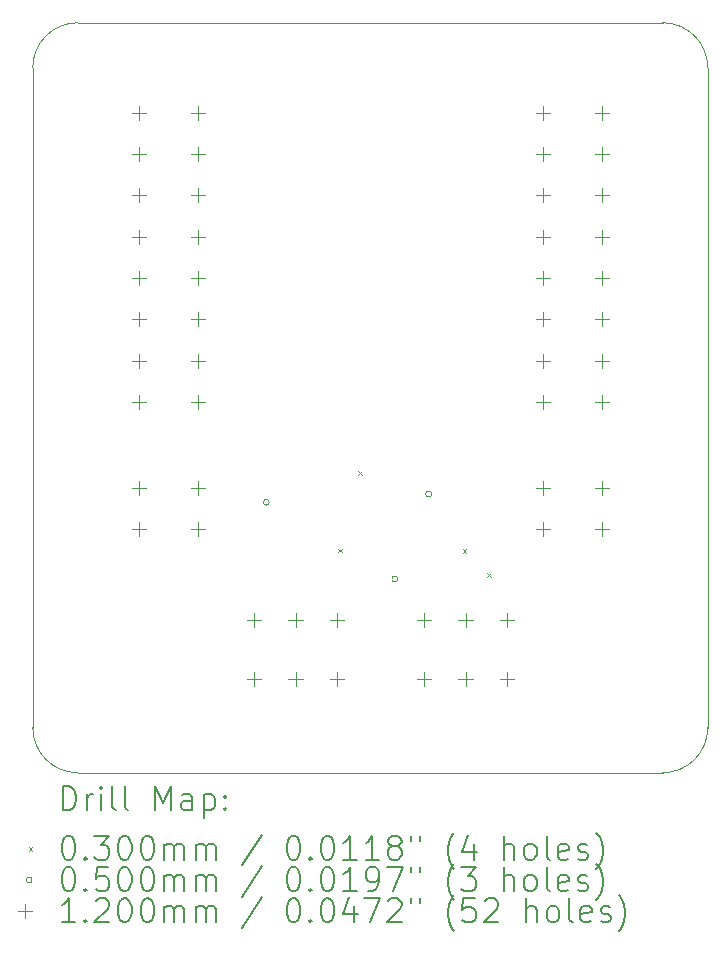
<source format=gbr>
%TF.GenerationSoftware,KiCad,Pcbnew,8.0.6*%
%TF.CreationDate,2024-11-26T19:11:46-08:00*%
%TF.ProjectId,Constellation STAR ITC V1.0,436f6e73-7465-46c6-9c61-74696f6e2053,rev?*%
%TF.SameCoordinates,Original*%
%TF.FileFunction,Drillmap*%
%TF.FilePolarity,Positive*%
%FSLAX45Y45*%
G04 Gerber Fmt 4.5, Leading zero omitted, Abs format (unit mm)*
G04 Created by KiCad (PCBNEW 8.0.6) date 2024-11-26 19:11:46*
%MOMM*%
%LPD*%
G01*
G04 APERTURE LIST*
%ADD10C,0.100000*%
%ADD11C,0.200000*%
%ADD12C,0.120000*%
G04 APERTURE END LIST*
D10*
X2540000Y-8509000D02*
X2540000Y-2921000D01*
X2921000Y-8890000D02*
G75*
G02*
X2540000Y-8509000I0J381000D01*
G01*
X8255000Y-8509000D02*
G75*
G02*
X7874000Y-8890000I-381000J0D01*
G01*
X2540000Y-2921000D02*
G75*
G02*
X2921000Y-2540000I381000J0D01*
G01*
X7874000Y-8890000D02*
X2921000Y-8890000D01*
X8255000Y-2921000D02*
X8255000Y-8509000D01*
X7874000Y-2540000D02*
G75*
G02*
X8255000Y-2921000I0J-381000D01*
G01*
X2921000Y-2540000D02*
X7874000Y-2540000D01*
D11*
D10*
X5125000Y-6995000D02*
X5155000Y-7025000D01*
X5155000Y-6995000D02*
X5125000Y-7025000D01*
X5295000Y-6336250D02*
X5325000Y-6366250D01*
X5325000Y-6336250D02*
X5295000Y-6366250D01*
X6180000Y-7000000D02*
X6210000Y-7030000D01*
X6210000Y-7000000D02*
X6180000Y-7030000D01*
X6386250Y-7200000D02*
X6416250Y-7230000D01*
X6416250Y-7200000D02*
X6386250Y-7230000D01*
X4542500Y-6600000D02*
G75*
G02*
X4492500Y-6600000I-25000J0D01*
G01*
X4492500Y-6600000D02*
G75*
G02*
X4542500Y-6600000I25000J0D01*
G01*
X5630000Y-7250000D02*
G75*
G02*
X5580000Y-7250000I-25000J0D01*
G01*
X5580000Y-7250000D02*
G75*
G02*
X5630000Y-7250000I25000J0D01*
G01*
X5917500Y-6530000D02*
G75*
G02*
X5867500Y-6530000I-25000J0D01*
G01*
X5867500Y-6530000D02*
G75*
G02*
X5917500Y-6530000I25000J0D01*
G01*
D12*
X3437000Y-3242000D02*
X3437000Y-3362000D01*
X3377000Y-3302000D02*
X3497000Y-3302000D01*
X3437000Y-3592000D02*
X3437000Y-3712000D01*
X3377000Y-3652000D02*
X3497000Y-3652000D01*
X3437000Y-3942000D02*
X3437000Y-4062000D01*
X3377000Y-4002000D02*
X3497000Y-4002000D01*
X3437000Y-4292000D02*
X3437000Y-4412000D01*
X3377000Y-4352000D02*
X3497000Y-4352000D01*
X3437000Y-4642000D02*
X3437000Y-4762000D01*
X3377000Y-4702000D02*
X3497000Y-4702000D01*
X3437000Y-4992000D02*
X3437000Y-5112000D01*
X3377000Y-5052000D02*
X3497000Y-5052000D01*
X3437000Y-5692000D02*
X3437000Y-5812000D01*
X3377000Y-5752000D02*
X3497000Y-5752000D01*
X3437000Y-6417000D02*
X3437000Y-6537000D01*
X3377000Y-6477000D02*
X3497000Y-6477000D01*
X3437000Y-6767000D02*
X3437000Y-6887000D01*
X3377000Y-6827000D02*
X3497000Y-6827000D01*
X3437000Y-5342000D02*
X3437000Y-5462000D01*
X3377000Y-5402000D02*
X3497000Y-5402000D01*
X3937000Y-3242000D02*
X3937000Y-3362000D01*
X3877000Y-3302000D02*
X3997000Y-3302000D01*
X3937000Y-3592000D02*
X3937000Y-3712000D01*
X3877000Y-3652000D02*
X3997000Y-3652000D01*
X3937000Y-3942000D02*
X3937000Y-4062000D01*
X3877000Y-4002000D02*
X3997000Y-4002000D01*
X3937000Y-4292000D02*
X3937000Y-4412000D01*
X3877000Y-4352000D02*
X3997000Y-4352000D01*
X3937000Y-4642000D02*
X3937000Y-4762000D01*
X3877000Y-4702000D02*
X3997000Y-4702000D01*
X3937000Y-4992000D02*
X3937000Y-5112000D01*
X3877000Y-5052000D02*
X3997000Y-5052000D01*
X3937000Y-5342001D02*
X3937000Y-5462001D01*
X3877000Y-5402001D02*
X3997000Y-5402001D01*
X3937000Y-5692000D02*
X3937000Y-5812000D01*
X3877000Y-5752000D02*
X3997000Y-5752000D01*
X3937000Y-6417000D02*
X3937000Y-6537000D01*
X3877000Y-6477000D02*
X3997000Y-6477000D01*
X3937000Y-6767000D02*
X3937000Y-6887000D01*
X3877000Y-6827000D02*
X3997000Y-6827000D01*
X4415000Y-7535000D02*
X4415000Y-7655000D01*
X4355000Y-7595000D02*
X4475000Y-7595000D01*
X4415000Y-8035000D02*
X4415000Y-8155000D01*
X4355000Y-8095000D02*
X4475000Y-8095000D01*
X4765000Y-7535000D02*
X4765000Y-7655000D01*
X4705000Y-7595000D02*
X4825000Y-7595000D01*
X4765000Y-8035000D02*
X4765000Y-8155000D01*
X4705000Y-8095000D02*
X4825000Y-8095000D01*
X5115000Y-7535000D02*
X5115000Y-7655000D01*
X5055000Y-7595000D02*
X5175000Y-7595000D01*
X5115000Y-8035000D02*
X5115000Y-8155000D01*
X5055000Y-8095000D02*
X5175000Y-8095000D01*
X5854579Y-7535000D02*
X5854579Y-7655000D01*
X5794579Y-7595000D02*
X5914579Y-7595000D01*
X5854579Y-8035000D02*
X5854579Y-8155000D01*
X5794579Y-8095000D02*
X5914579Y-8095000D01*
X6204579Y-7535000D02*
X6204579Y-7655000D01*
X6144579Y-7595000D02*
X6264579Y-7595000D01*
X6204579Y-8035000D02*
X6204579Y-8155000D01*
X6144579Y-8095000D02*
X6264579Y-8095000D01*
X6554579Y-7535000D02*
X6554579Y-7655000D01*
X6494579Y-7595000D02*
X6614579Y-7595000D01*
X6554579Y-8035000D02*
X6554579Y-8155000D01*
X6494579Y-8095000D02*
X6614579Y-8095000D01*
X6858000Y-3242000D02*
X6858000Y-3362000D01*
X6798000Y-3302000D02*
X6918000Y-3302000D01*
X6858000Y-3592000D02*
X6858000Y-3712000D01*
X6798000Y-3652000D02*
X6918000Y-3652000D01*
X6858000Y-3942000D02*
X6858000Y-4062000D01*
X6798000Y-4002000D02*
X6918000Y-4002000D01*
X6858000Y-4292000D02*
X6858000Y-4412000D01*
X6798000Y-4352000D02*
X6918000Y-4352000D01*
X6858000Y-4642000D02*
X6858000Y-4762000D01*
X6798000Y-4702000D02*
X6918000Y-4702000D01*
X6858000Y-4992000D02*
X6858000Y-5112000D01*
X6798000Y-5052000D02*
X6918000Y-5052000D01*
X6858000Y-5342000D02*
X6858000Y-5462000D01*
X6798000Y-5402000D02*
X6918000Y-5402000D01*
X6858000Y-5692000D02*
X6858000Y-5812000D01*
X6798000Y-5752000D02*
X6918000Y-5752000D01*
X6858000Y-6417000D02*
X6858000Y-6537000D01*
X6798000Y-6477000D02*
X6918000Y-6477000D01*
X6858000Y-6767000D02*
X6858000Y-6887000D01*
X6798000Y-6827000D02*
X6918000Y-6827000D01*
X7358000Y-3592000D02*
X7358000Y-3712000D01*
X7298000Y-3652000D02*
X7418000Y-3652000D01*
X7358000Y-3242000D02*
X7358000Y-3362000D01*
X7298000Y-3302000D02*
X7418000Y-3302000D01*
X7358000Y-3942000D02*
X7358000Y-4062000D01*
X7298000Y-4002000D02*
X7418000Y-4002000D01*
X7358000Y-4292000D02*
X7358000Y-4412000D01*
X7298000Y-4352000D02*
X7418000Y-4352000D01*
X7358000Y-4642000D02*
X7358000Y-4762000D01*
X7298000Y-4702000D02*
X7418000Y-4702000D01*
X7358000Y-4992000D02*
X7358000Y-5112000D01*
X7298000Y-5052000D02*
X7418000Y-5052000D01*
X7358000Y-5342000D02*
X7358000Y-5462000D01*
X7298000Y-5402000D02*
X7418000Y-5402000D01*
X7358000Y-5692000D02*
X7358000Y-5812000D01*
X7298000Y-5752000D02*
X7418000Y-5752000D01*
X7358000Y-6417000D02*
X7358000Y-6537000D01*
X7298000Y-6477000D02*
X7418000Y-6477000D01*
X7358000Y-6767000D02*
X7358000Y-6887000D01*
X7298000Y-6827000D02*
X7418000Y-6827000D01*
D11*
X2795777Y-9206484D02*
X2795777Y-9006484D01*
X2795777Y-9006484D02*
X2843396Y-9006484D01*
X2843396Y-9006484D02*
X2871967Y-9016008D01*
X2871967Y-9016008D02*
X2891015Y-9035055D01*
X2891015Y-9035055D02*
X2900539Y-9054103D01*
X2900539Y-9054103D02*
X2910062Y-9092198D01*
X2910062Y-9092198D02*
X2910062Y-9120770D01*
X2910062Y-9120770D02*
X2900539Y-9158865D01*
X2900539Y-9158865D02*
X2891015Y-9177912D01*
X2891015Y-9177912D02*
X2871967Y-9196960D01*
X2871967Y-9196960D02*
X2843396Y-9206484D01*
X2843396Y-9206484D02*
X2795777Y-9206484D01*
X2995777Y-9206484D02*
X2995777Y-9073150D01*
X2995777Y-9111246D02*
X3005301Y-9092198D01*
X3005301Y-9092198D02*
X3014824Y-9082674D01*
X3014824Y-9082674D02*
X3033872Y-9073150D01*
X3033872Y-9073150D02*
X3052920Y-9073150D01*
X3119586Y-9206484D02*
X3119586Y-9073150D01*
X3119586Y-9006484D02*
X3110062Y-9016008D01*
X3110062Y-9016008D02*
X3119586Y-9025531D01*
X3119586Y-9025531D02*
X3129110Y-9016008D01*
X3129110Y-9016008D02*
X3119586Y-9006484D01*
X3119586Y-9006484D02*
X3119586Y-9025531D01*
X3243396Y-9206484D02*
X3224348Y-9196960D01*
X3224348Y-9196960D02*
X3214824Y-9177912D01*
X3214824Y-9177912D02*
X3214824Y-9006484D01*
X3348158Y-9206484D02*
X3329110Y-9196960D01*
X3329110Y-9196960D02*
X3319586Y-9177912D01*
X3319586Y-9177912D02*
X3319586Y-9006484D01*
X3576729Y-9206484D02*
X3576729Y-9006484D01*
X3576729Y-9006484D02*
X3643396Y-9149341D01*
X3643396Y-9149341D02*
X3710062Y-9006484D01*
X3710062Y-9006484D02*
X3710062Y-9206484D01*
X3891015Y-9206484D02*
X3891015Y-9101722D01*
X3891015Y-9101722D02*
X3881491Y-9082674D01*
X3881491Y-9082674D02*
X3862443Y-9073150D01*
X3862443Y-9073150D02*
X3824348Y-9073150D01*
X3824348Y-9073150D02*
X3805301Y-9082674D01*
X3891015Y-9196960D02*
X3871967Y-9206484D01*
X3871967Y-9206484D02*
X3824348Y-9206484D01*
X3824348Y-9206484D02*
X3805301Y-9196960D01*
X3805301Y-9196960D02*
X3795777Y-9177912D01*
X3795777Y-9177912D02*
X3795777Y-9158865D01*
X3795777Y-9158865D02*
X3805301Y-9139817D01*
X3805301Y-9139817D02*
X3824348Y-9130293D01*
X3824348Y-9130293D02*
X3871967Y-9130293D01*
X3871967Y-9130293D02*
X3891015Y-9120770D01*
X3986253Y-9073150D02*
X3986253Y-9273150D01*
X3986253Y-9082674D02*
X4005301Y-9073150D01*
X4005301Y-9073150D02*
X4043396Y-9073150D01*
X4043396Y-9073150D02*
X4062443Y-9082674D01*
X4062443Y-9082674D02*
X4071967Y-9092198D01*
X4071967Y-9092198D02*
X4081491Y-9111246D01*
X4081491Y-9111246D02*
X4081491Y-9168389D01*
X4081491Y-9168389D02*
X4071967Y-9187436D01*
X4071967Y-9187436D02*
X4062443Y-9196960D01*
X4062443Y-9196960D02*
X4043396Y-9206484D01*
X4043396Y-9206484D02*
X4005301Y-9206484D01*
X4005301Y-9206484D02*
X3986253Y-9196960D01*
X4167205Y-9187436D02*
X4176729Y-9196960D01*
X4176729Y-9196960D02*
X4167205Y-9206484D01*
X4167205Y-9206484D02*
X4157682Y-9196960D01*
X4157682Y-9196960D02*
X4167205Y-9187436D01*
X4167205Y-9187436D02*
X4167205Y-9206484D01*
X4167205Y-9082674D02*
X4176729Y-9092198D01*
X4176729Y-9092198D02*
X4167205Y-9101722D01*
X4167205Y-9101722D02*
X4157682Y-9092198D01*
X4157682Y-9092198D02*
X4167205Y-9082674D01*
X4167205Y-9082674D02*
X4167205Y-9101722D01*
D10*
X2505000Y-9520000D02*
X2535000Y-9550000D01*
X2535000Y-9520000D02*
X2505000Y-9550000D01*
D11*
X2833872Y-9426484D02*
X2852920Y-9426484D01*
X2852920Y-9426484D02*
X2871967Y-9436008D01*
X2871967Y-9436008D02*
X2881491Y-9445531D01*
X2881491Y-9445531D02*
X2891015Y-9464579D01*
X2891015Y-9464579D02*
X2900539Y-9502674D01*
X2900539Y-9502674D02*
X2900539Y-9550293D01*
X2900539Y-9550293D02*
X2891015Y-9588389D01*
X2891015Y-9588389D02*
X2881491Y-9607436D01*
X2881491Y-9607436D02*
X2871967Y-9616960D01*
X2871967Y-9616960D02*
X2852920Y-9626484D01*
X2852920Y-9626484D02*
X2833872Y-9626484D01*
X2833872Y-9626484D02*
X2814824Y-9616960D01*
X2814824Y-9616960D02*
X2805301Y-9607436D01*
X2805301Y-9607436D02*
X2795777Y-9588389D01*
X2795777Y-9588389D02*
X2786253Y-9550293D01*
X2786253Y-9550293D02*
X2786253Y-9502674D01*
X2786253Y-9502674D02*
X2795777Y-9464579D01*
X2795777Y-9464579D02*
X2805301Y-9445531D01*
X2805301Y-9445531D02*
X2814824Y-9436008D01*
X2814824Y-9436008D02*
X2833872Y-9426484D01*
X2986253Y-9607436D02*
X2995777Y-9616960D01*
X2995777Y-9616960D02*
X2986253Y-9626484D01*
X2986253Y-9626484D02*
X2976729Y-9616960D01*
X2976729Y-9616960D02*
X2986253Y-9607436D01*
X2986253Y-9607436D02*
X2986253Y-9626484D01*
X3062443Y-9426484D02*
X3186253Y-9426484D01*
X3186253Y-9426484D02*
X3119586Y-9502674D01*
X3119586Y-9502674D02*
X3148158Y-9502674D01*
X3148158Y-9502674D02*
X3167205Y-9512198D01*
X3167205Y-9512198D02*
X3176729Y-9521722D01*
X3176729Y-9521722D02*
X3186253Y-9540770D01*
X3186253Y-9540770D02*
X3186253Y-9588389D01*
X3186253Y-9588389D02*
X3176729Y-9607436D01*
X3176729Y-9607436D02*
X3167205Y-9616960D01*
X3167205Y-9616960D02*
X3148158Y-9626484D01*
X3148158Y-9626484D02*
X3091015Y-9626484D01*
X3091015Y-9626484D02*
X3071967Y-9616960D01*
X3071967Y-9616960D02*
X3062443Y-9607436D01*
X3310062Y-9426484D02*
X3329110Y-9426484D01*
X3329110Y-9426484D02*
X3348158Y-9436008D01*
X3348158Y-9436008D02*
X3357682Y-9445531D01*
X3357682Y-9445531D02*
X3367205Y-9464579D01*
X3367205Y-9464579D02*
X3376729Y-9502674D01*
X3376729Y-9502674D02*
X3376729Y-9550293D01*
X3376729Y-9550293D02*
X3367205Y-9588389D01*
X3367205Y-9588389D02*
X3357682Y-9607436D01*
X3357682Y-9607436D02*
X3348158Y-9616960D01*
X3348158Y-9616960D02*
X3329110Y-9626484D01*
X3329110Y-9626484D02*
X3310062Y-9626484D01*
X3310062Y-9626484D02*
X3291015Y-9616960D01*
X3291015Y-9616960D02*
X3281491Y-9607436D01*
X3281491Y-9607436D02*
X3271967Y-9588389D01*
X3271967Y-9588389D02*
X3262443Y-9550293D01*
X3262443Y-9550293D02*
X3262443Y-9502674D01*
X3262443Y-9502674D02*
X3271967Y-9464579D01*
X3271967Y-9464579D02*
X3281491Y-9445531D01*
X3281491Y-9445531D02*
X3291015Y-9436008D01*
X3291015Y-9436008D02*
X3310062Y-9426484D01*
X3500539Y-9426484D02*
X3519586Y-9426484D01*
X3519586Y-9426484D02*
X3538634Y-9436008D01*
X3538634Y-9436008D02*
X3548158Y-9445531D01*
X3548158Y-9445531D02*
X3557682Y-9464579D01*
X3557682Y-9464579D02*
X3567205Y-9502674D01*
X3567205Y-9502674D02*
X3567205Y-9550293D01*
X3567205Y-9550293D02*
X3557682Y-9588389D01*
X3557682Y-9588389D02*
X3548158Y-9607436D01*
X3548158Y-9607436D02*
X3538634Y-9616960D01*
X3538634Y-9616960D02*
X3519586Y-9626484D01*
X3519586Y-9626484D02*
X3500539Y-9626484D01*
X3500539Y-9626484D02*
X3481491Y-9616960D01*
X3481491Y-9616960D02*
X3471967Y-9607436D01*
X3471967Y-9607436D02*
X3462443Y-9588389D01*
X3462443Y-9588389D02*
X3452920Y-9550293D01*
X3452920Y-9550293D02*
X3452920Y-9502674D01*
X3452920Y-9502674D02*
X3462443Y-9464579D01*
X3462443Y-9464579D02*
X3471967Y-9445531D01*
X3471967Y-9445531D02*
X3481491Y-9436008D01*
X3481491Y-9436008D02*
X3500539Y-9426484D01*
X3652920Y-9626484D02*
X3652920Y-9493150D01*
X3652920Y-9512198D02*
X3662443Y-9502674D01*
X3662443Y-9502674D02*
X3681491Y-9493150D01*
X3681491Y-9493150D02*
X3710063Y-9493150D01*
X3710063Y-9493150D02*
X3729110Y-9502674D01*
X3729110Y-9502674D02*
X3738634Y-9521722D01*
X3738634Y-9521722D02*
X3738634Y-9626484D01*
X3738634Y-9521722D02*
X3748158Y-9502674D01*
X3748158Y-9502674D02*
X3767205Y-9493150D01*
X3767205Y-9493150D02*
X3795777Y-9493150D01*
X3795777Y-9493150D02*
X3814824Y-9502674D01*
X3814824Y-9502674D02*
X3824348Y-9521722D01*
X3824348Y-9521722D02*
X3824348Y-9626484D01*
X3919586Y-9626484D02*
X3919586Y-9493150D01*
X3919586Y-9512198D02*
X3929110Y-9502674D01*
X3929110Y-9502674D02*
X3948158Y-9493150D01*
X3948158Y-9493150D02*
X3976729Y-9493150D01*
X3976729Y-9493150D02*
X3995777Y-9502674D01*
X3995777Y-9502674D02*
X4005301Y-9521722D01*
X4005301Y-9521722D02*
X4005301Y-9626484D01*
X4005301Y-9521722D02*
X4014824Y-9502674D01*
X4014824Y-9502674D02*
X4033872Y-9493150D01*
X4033872Y-9493150D02*
X4062443Y-9493150D01*
X4062443Y-9493150D02*
X4081491Y-9502674D01*
X4081491Y-9502674D02*
X4091015Y-9521722D01*
X4091015Y-9521722D02*
X4091015Y-9626484D01*
X4481491Y-9416960D02*
X4310063Y-9674103D01*
X4738634Y-9426484D02*
X4757682Y-9426484D01*
X4757682Y-9426484D02*
X4776729Y-9436008D01*
X4776729Y-9436008D02*
X4786253Y-9445531D01*
X4786253Y-9445531D02*
X4795777Y-9464579D01*
X4795777Y-9464579D02*
X4805301Y-9502674D01*
X4805301Y-9502674D02*
X4805301Y-9550293D01*
X4805301Y-9550293D02*
X4795777Y-9588389D01*
X4795777Y-9588389D02*
X4786253Y-9607436D01*
X4786253Y-9607436D02*
X4776729Y-9616960D01*
X4776729Y-9616960D02*
X4757682Y-9626484D01*
X4757682Y-9626484D02*
X4738634Y-9626484D01*
X4738634Y-9626484D02*
X4719587Y-9616960D01*
X4719587Y-9616960D02*
X4710063Y-9607436D01*
X4710063Y-9607436D02*
X4700539Y-9588389D01*
X4700539Y-9588389D02*
X4691015Y-9550293D01*
X4691015Y-9550293D02*
X4691015Y-9502674D01*
X4691015Y-9502674D02*
X4700539Y-9464579D01*
X4700539Y-9464579D02*
X4710063Y-9445531D01*
X4710063Y-9445531D02*
X4719587Y-9436008D01*
X4719587Y-9436008D02*
X4738634Y-9426484D01*
X4891015Y-9607436D02*
X4900539Y-9616960D01*
X4900539Y-9616960D02*
X4891015Y-9626484D01*
X4891015Y-9626484D02*
X4881491Y-9616960D01*
X4881491Y-9616960D02*
X4891015Y-9607436D01*
X4891015Y-9607436D02*
X4891015Y-9626484D01*
X5024348Y-9426484D02*
X5043396Y-9426484D01*
X5043396Y-9426484D02*
X5062444Y-9436008D01*
X5062444Y-9436008D02*
X5071968Y-9445531D01*
X5071968Y-9445531D02*
X5081491Y-9464579D01*
X5081491Y-9464579D02*
X5091015Y-9502674D01*
X5091015Y-9502674D02*
X5091015Y-9550293D01*
X5091015Y-9550293D02*
X5081491Y-9588389D01*
X5081491Y-9588389D02*
X5071968Y-9607436D01*
X5071968Y-9607436D02*
X5062444Y-9616960D01*
X5062444Y-9616960D02*
X5043396Y-9626484D01*
X5043396Y-9626484D02*
X5024348Y-9626484D01*
X5024348Y-9626484D02*
X5005301Y-9616960D01*
X5005301Y-9616960D02*
X4995777Y-9607436D01*
X4995777Y-9607436D02*
X4986253Y-9588389D01*
X4986253Y-9588389D02*
X4976729Y-9550293D01*
X4976729Y-9550293D02*
X4976729Y-9502674D01*
X4976729Y-9502674D02*
X4986253Y-9464579D01*
X4986253Y-9464579D02*
X4995777Y-9445531D01*
X4995777Y-9445531D02*
X5005301Y-9436008D01*
X5005301Y-9436008D02*
X5024348Y-9426484D01*
X5281491Y-9626484D02*
X5167206Y-9626484D01*
X5224348Y-9626484D02*
X5224348Y-9426484D01*
X5224348Y-9426484D02*
X5205301Y-9455055D01*
X5205301Y-9455055D02*
X5186253Y-9474103D01*
X5186253Y-9474103D02*
X5167206Y-9483627D01*
X5471968Y-9626484D02*
X5357682Y-9626484D01*
X5414825Y-9626484D02*
X5414825Y-9426484D01*
X5414825Y-9426484D02*
X5395777Y-9455055D01*
X5395777Y-9455055D02*
X5376729Y-9474103D01*
X5376729Y-9474103D02*
X5357682Y-9483627D01*
X5586253Y-9512198D02*
X5567206Y-9502674D01*
X5567206Y-9502674D02*
X5557682Y-9493150D01*
X5557682Y-9493150D02*
X5548158Y-9474103D01*
X5548158Y-9474103D02*
X5548158Y-9464579D01*
X5548158Y-9464579D02*
X5557682Y-9445531D01*
X5557682Y-9445531D02*
X5567206Y-9436008D01*
X5567206Y-9436008D02*
X5586253Y-9426484D01*
X5586253Y-9426484D02*
X5624348Y-9426484D01*
X5624348Y-9426484D02*
X5643396Y-9436008D01*
X5643396Y-9436008D02*
X5652920Y-9445531D01*
X5652920Y-9445531D02*
X5662444Y-9464579D01*
X5662444Y-9464579D02*
X5662444Y-9474103D01*
X5662444Y-9474103D02*
X5652920Y-9493150D01*
X5652920Y-9493150D02*
X5643396Y-9502674D01*
X5643396Y-9502674D02*
X5624348Y-9512198D01*
X5624348Y-9512198D02*
X5586253Y-9512198D01*
X5586253Y-9512198D02*
X5567206Y-9521722D01*
X5567206Y-9521722D02*
X5557682Y-9531246D01*
X5557682Y-9531246D02*
X5548158Y-9550293D01*
X5548158Y-9550293D02*
X5548158Y-9588389D01*
X5548158Y-9588389D02*
X5557682Y-9607436D01*
X5557682Y-9607436D02*
X5567206Y-9616960D01*
X5567206Y-9616960D02*
X5586253Y-9626484D01*
X5586253Y-9626484D02*
X5624348Y-9626484D01*
X5624348Y-9626484D02*
X5643396Y-9616960D01*
X5643396Y-9616960D02*
X5652920Y-9607436D01*
X5652920Y-9607436D02*
X5662444Y-9588389D01*
X5662444Y-9588389D02*
X5662444Y-9550293D01*
X5662444Y-9550293D02*
X5652920Y-9531246D01*
X5652920Y-9531246D02*
X5643396Y-9521722D01*
X5643396Y-9521722D02*
X5624348Y-9512198D01*
X5738634Y-9426484D02*
X5738634Y-9464579D01*
X5814825Y-9426484D02*
X5814825Y-9464579D01*
X6110063Y-9702674D02*
X6100539Y-9693150D01*
X6100539Y-9693150D02*
X6081491Y-9664579D01*
X6081491Y-9664579D02*
X6071968Y-9645531D01*
X6071968Y-9645531D02*
X6062444Y-9616960D01*
X6062444Y-9616960D02*
X6052920Y-9569341D01*
X6052920Y-9569341D02*
X6052920Y-9531246D01*
X6052920Y-9531246D02*
X6062444Y-9483627D01*
X6062444Y-9483627D02*
X6071968Y-9455055D01*
X6071968Y-9455055D02*
X6081491Y-9436008D01*
X6081491Y-9436008D02*
X6100539Y-9407436D01*
X6100539Y-9407436D02*
X6110063Y-9397912D01*
X6271968Y-9493150D02*
X6271968Y-9626484D01*
X6224348Y-9416960D02*
X6176729Y-9559817D01*
X6176729Y-9559817D02*
X6300539Y-9559817D01*
X6529110Y-9626484D02*
X6529110Y-9426484D01*
X6614825Y-9626484D02*
X6614825Y-9521722D01*
X6614825Y-9521722D02*
X6605301Y-9502674D01*
X6605301Y-9502674D02*
X6586253Y-9493150D01*
X6586253Y-9493150D02*
X6557682Y-9493150D01*
X6557682Y-9493150D02*
X6538634Y-9502674D01*
X6538634Y-9502674D02*
X6529110Y-9512198D01*
X6738634Y-9626484D02*
X6719587Y-9616960D01*
X6719587Y-9616960D02*
X6710063Y-9607436D01*
X6710063Y-9607436D02*
X6700539Y-9588389D01*
X6700539Y-9588389D02*
X6700539Y-9531246D01*
X6700539Y-9531246D02*
X6710063Y-9512198D01*
X6710063Y-9512198D02*
X6719587Y-9502674D01*
X6719587Y-9502674D02*
X6738634Y-9493150D01*
X6738634Y-9493150D02*
X6767206Y-9493150D01*
X6767206Y-9493150D02*
X6786253Y-9502674D01*
X6786253Y-9502674D02*
X6795777Y-9512198D01*
X6795777Y-9512198D02*
X6805301Y-9531246D01*
X6805301Y-9531246D02*
X6805301Y-9588389D01*
X6805301Y-9588389D02*
X6795777Y-9607436D01*
X6795777Y-9607436D02*
X6786253Y-9616960D01*
X6786253Y-9616960D02*
X6767206Y-9626484D01*
X6767206Y-9626484D02*
X6738634Y-9626484D01*
X6919587Y-9626484D02*
X6900539Y-9616960D01*
X6900539Y-9616960D02*
X6891015Y-9597912D01*
X6891015Y-9597912D02*
X6891015Y-9426484D01*
X7071968Y-9616960D02*
X7052920Y-9626484D01*
X7052920Y-9626484D02*
X7014825Y-9626484D01*
X7014825Y-9626484D02*
X6995777Y-9616960D01*
X6995777Y-9616960D02*
X6986253Y-9597912D01*
X6986253Y-9597912D02*
X6986253Y-9521722D01*
X6986253Y-9521722D02*
X6995777Y-9502674D01*
X6995777Y-9502674D02*
X7014825Y-9493150D01*
X7014825Y-9493150D02*
X7052920Y-9493150D01*
X7052920Y-9493150D02*
X7071968Y-9502674D01*
X7071968Y-9502674D02*
X7081491Y-9521722D01*
X7081491Y-9521722D02*
X7081491Y-9540770D01*
X7081491Y-9540770D02*
X6986253Y-9559817D01*
X7157682Y-9616960D02*
X7176730Y-9626484D01*
X7176730Y-9626484D02*
X7214825Y-9626484D01*
X7214825Y-9626484D02*
X7233872Y-9616960D01*
X7233872Y-9616960D02*
X7243396Y-9597912D01*
X7243396Y-9597912D02*
X7243396Y-9588389D01*
X7243396Y-9588389D02*
X7233872Y-9569341D01*
X7233872Y-9569341D02*
X7214825Y-9559817D01*
X7214825Y-9559817D02*
X7186253Y-9559817D01*
X7186253Y-9559817D02*
X7167206Y-9550293D01*
X7167206Y-9550293D02*
X7157682Y-9531246D01*
X7157682Y-9531246D02*
X7157682Y-9521722D01*
X7157682Y-9521722D02*
X7167206Y-9502674D01*
X7167206Y-9502674D02*
X7186253Y-9493150D01*
X7186253Y-9493150D02*
X7214825Y-9493150D01*
X7214825Y-9493150D02*
X7233872Y-9502674D01*
X7310063Y-9702674D02*
X7319587Y-9693150D01*
X7319587Y-9693150D02*
X7338634Y-9664579D01*
X7338634Y-9664579D02*
X7348158Y-9645531D01*
X7348158Y-9645531D02*
X7357682Y-9616960D01*
X7357682Y-9616960D02*
X7367206Y-9569341D01*
X7367206Y-9569341D02*
X7367206Y-9531246D01*
X7367206Y-9531246D02*
X7357682Y-9483627D01*
X7357682Y-9483627D02*
X7348158Y-9455055D01*
X7348158Y-9455055D02*
X7338634Y-9436008D01*
X7338634Y-9436008D02*
X7319587Y-9407436D01*
X7319587Y-9407436D02*
X7310063Y-9397912D01*
D10*
X2535000Y-9799000D02*
G75*
G02*
X2485000Y-9799000I-25000J0D01*
G01*
X2485000Y-9799000D02*
G75*
G02*
X2535000Y-9799000I25000J0D01*
G01*
D11*
X2833872Y-9690484D02*
X2852920Y-9690484D01*
X2852920Y-9690484D02*
X2871967Y-9700008D01*
X2871967Y-9700008D02*
X2881491Y-9709531D01*
X2881491Y-9709531D02*
X2891015Y-9728579D01*
X2891015Y-9728579D02*
X2900539Y-9766674D01*
X2900539Y-9766674D02*
X2900539Y-9814293D01*
X2900539Y-9814293D02*
X2891015Y-9852389D01*
X2891015Y-9852389D02*
X2881491Y-9871436D01*
X2881491Y-9871436D02*
X2871967Y-9880960D01*
X2871967Y-9880960D02*
X2852920Y-9890484D01*
X2852920Y-9890484D02*
X2833872Y-9890484D01*
X2833872Y-9890484D02*
X2814824Y-9880960D01*
X2814824Y-9880960D02*
X2805301Y-9871436D01*
X2805301Y-9871436D02*
X2795777Y-9852389D01*
X2795777Y-9852389D02*
X2786253Y-9814293D01*
X2786253Y-9814293D02*
X2786253Y-9766674D01*
X2786253Y-9766674D02*
X2795777Y-9728579D01*
X2795777Y-9728579D02*
X2805301Y-9709531D01*
X2805301Y-9709531D02*
X2814824Y-9700008D01*
X2814824Y-9700008D02*
X2833872Y-9690484D01*
X2986253Y-9871436D02*
X2995777Y-9880960D01*
X2995777Y-9880960D02*
X2986253Y-9890484D01*
X2986253Y-9890484D02*
X2976729Y-9880960D01*
X2976729Y-9880960D02*
X2986253Y-9871436D01*
X2986253Y-9871436D02*
X2986253Y-9890484D01*
X3176729Y-9690484D02*
X3081491Y-9690484D01*
X3081491Y-9690484D02*
X3071967Y-9785722D01*
X3071967Y-9785722D02*
X3081491Y-9776198D01*
X3081491Y-9776198D02*
X3100539Y-9766674D01*
X3100539Y-9766674D02*
X3148158Y-9766674D01*
X3148158Y-9766674D02*
X3167205Y-9776198D01*
X3167205Y-9776198D02*
X3176729Y-9785722D01*
X3176729Y-9785722D02*
X3186253Y-9804770D01*
X3186253Y-9804770D02*
X3186253Y-9852389D01*
X3186253Y-9852389D02*
X3176729Y-9871436D01*
X3176729Y-9871436D02*
X3167205Y-9880960D01*
X3167205Y-9880960D02*
X3148158Y-9890484D01*
X3148158Y-9890484D02*
X3100539Y-9890484D01*
X3100539Y-9890484D02*
X3081491Y-9880960D01*
X3081491Y-9880960D02*
X3071967Y-9871436D01*
X3310062Y-9690484D02*
X3329110Y-9690484D01*
X3329110Y-9690484D02*
X3348158Y-9700008D01*
X3348158Y-9700008D02*
X3357682Y-9709531D01*
X3357682Y-9709531D02*
X3367205Y-9728579D01*
X3367205Y-9728579D02*
X3376729Y-9766674D01*
X3376729Y-9766674D02*
X3376729Y-9814293D01*
X3376729Y-9814293D02*
X3367205Y-9852389D01*
X3367205Y-9852389D02*
X3357682Y-9871436D01*
X3357682Y-9871436D02*
X3348158Y-9880960D01*
X3348158Y-9880960D02*
X3329110Y-9890484D01*
X3329110Y-9890484D02*
X3310062Y-9890484D01*
X3310062Y-9890484D02*
X3291015Y-9880960D01*
X3291015Y-9880960D02*
X3281491Y-9871436D01*
X3281491Y-9871436D02*
X3271967Y-9852389D01*
X3271967Y-9852389D02*
X3262443Y-9814293D01*
X3262443Y-9814293D02*
X3262443Y-9766674D01*
X3262443Y-9766674D02*
X3271967Y-9728579D01*
X3271967Y-9728579D02*
X3281491Y-9709531D01*
X3281491Y-9709531D02*
X3291015Y-9700008D01*
X3291015Y-9700008D02*
X3310062Y-9690484D01*
X3500539Y-9690484D02*
X3519586Y-9690484D01*
X3519586Y-9690484D02*
X3538634Y-9700008D01*
X3538634Y-9700008D02*
X3548158Y-9709531D01*
X3548158Y-9709531D02*
X3557682Y-9728579D01*
X3557682Y-9728579D02*
X3567205Y-9766674D01*
X3567205Y-9766674D02*
X3567205Y-9814293D01*
X3567205Y-9814293D02*
X3557682Y-9852389D01*
X3557682Y-9852389D02*
X3548158Y-9871436D01*
X3548158Y-9871436D02*
X3538634Y-9880960D01*
X3538634Y-9880960D02*
X3519586Y-9890484D01*
X3519586Y-9890484D02*
X3500539Y-9890484D01*
X3500539Y-9890484D02*
X3481491Y-9880960D01*
X3481491Y-9880960D02*
X3471967Y-9871436D01*
X3471967Y-9871436D02*
X3462443Y-9852389D01*
X3462443Y-9852389D02*
X3452920Y-9814293D01*
X3452920Y-9814293D02*
X3452920Y-9766674D01*
X3452920Y-9766674D02*
X3462443Y-9728579D01*
X3462443Y-9728579D02*
X3471967Y-9709531D01*
X3471967Y-9709531D02*
X3481491Y-9700008D01*
X3481491Y-9700008D02*
X3500539Y-9690484D01*
X3652920Y-9890484D02*
X3652920Y-9757150D01*
X3652920Y-9776198D02*
X3662443Y-9766674D01*
X3662443Y-9766674D02*
X3681491Y-9757150D01*
X3681491Y-9757150D02*
X3710063Y-9757150D01*
X3710063Y-9757150D02*
X3729110Y-9766674D01*
X3729110Y-9766674D02*
X3738634Y-9785722D01*
X3738634Y-9785722D02*
X3738634Y-9890484D01*
X3738634Y-9785722D02*
X3748158Y-9766674D01*
X3748158Y-9766674D02*
X3767205Y-9757150D01*
X3767205Y-9757150D02*
X3795777Y-9757150D01*
X3795777Y-9757150D02*
X3814824Y-9766674D01*
X3814824Y-9766674D02*
X3824348Y-9785722D01*
X3824348Y-9785722D02*
X3824348Y-9890484D01*
X3919586Y-9890484D02*
X3919586Y-9757150D01*
X3919586Y-9776198D02*
X3929110Y-9766674D01*
X3929110Y-9766674D02*
X3948158Y-9757150D01*
X3948158Y-9757150D02*
X3976729Y-9757150D01*
X3976729Y-9757150D02*
X3995777Y-9766674D01*
X3995777Y-9766674D02*
X4005301Y-9785722D01*
X4005301Y-9785722D02*
X4005301Y-9890484D01*
X4005301Y-9785722D02*
X4014824Y-9766674D01*
X4014824Y-9766674D02*
X4033872Y-9757150D01*
X4033872Y-9757150D02*
X4062443Y-9757150D01*
X4062443Y-9757150D02*
X4081491Y-9766674D01*
X4081491Y-9766674D02*
X4091015Y-9785722D01*
X4091015Y-9785722D02*
X4091015Y-9890484D01*
X4481491Y-9680960D02*
X4310063Y-9938103D01*
X4738634Y-9690484D02*
X4757682Y-9690484D01*
X4757682Y-9690484D02*
X4776729Y-9700008D01*
X4776729Y-9700008D02*
X4786253Y-9709531D01*
X4786253Y-9709531D02*
X4795777Y-9728579D01*
X4795777Y-9728579D02*
X4805301Y-9766674D01*
X4805301Y-9766674D02*
X4805301Y-9814293D01*
X4805301Y-9814293D02*
X4795777Y-9852389D01*
X4795777Y-9852389D02*
X4786253Y-9871436D01*
X4786253Y-9871436D02*
X4776729Y-9880960D01*
X4776729Y-9880960D02*
X4757682Y-9890484D01*
X4757682Y-9890484D02*
X4738634Y-9890484D01*
X4738634Y-9890484D02*
X4719587Y-9880960D01*
X4719587Y-9880960D02*
X4710063Y-9871436D01*
X4710063Y-9871436D02*
X4700539Y-9852389D01*
X4700539Y-9852389D02*
X4691015Y-9814293D01*
X4691015Y-9814293D02*
X4691015Y-9766674D01*
X4691015Y-9766674D02*
X4700539Y-9728579D01*
X4700539Y-9728579D02*
X4710063Y-9709531D01*
X4710063Y-9709531D02*
X4719587Y-9700008D01*
X4719587Y-9700008D02*
X4738634Y-9690484D01*
X4891015Y-9871436D02*
X4900539Y-9880960D01*
X4900539Y-9880960D02*
X4891015Y-9890484D01*
X4891015Y-9890484D02*
X4881491Y-9880960D01*
X4881491Y-9880960D02*
X4891015Y-9871436D01*
X4891015Y-9871436D02*
X4891015Y-9890484D01*
X5024348Y-9690484D02*
X5043396Y-9690484D01*
X5043396Y-9690484D02*
X5062444Y-9700008D01*
X5062444Y-9700008D02*
X5071968Y-9709531D01*
X5071968Y-9709531D02*
X5081491Y-9728579D01*
X5081491Y-9728579D02*
X5091015Y-9766674D01*
X5091015Y-9766674D02*
X5091015Y-9814293D01*
X5091015Y-9814293D02*
X5081491Y-9852389D01*
X5081491Y-9852389D02*
X5071968Y-9871436D01*
X5071968Y-9871436D02*
X5062444Y-9880960D01*
X5062444Y-9880960D02*
X5043396Y-9890484D01*
X5043396Y-9890484D02*
X5024348Y-9890484D01*
X5024348Y-9890484D02*
X5005301Y-9880960D01*
X5005301Y-9880960D02*
X4995777Y-9871436D01*
X4995777Y-9871436D02*
X4986253Y-9852389D01*
X4986253Y-9852389D02*
X4976729Y-9814293D01*
X4976729Y-9814293D02*
X4976729Y-9766674D01*
X4976729Y-9766674D02*
X4986253Y-9728579D01*
X4986253Y-9728579D02*
X4995777Y-9709531D01*
X4995777Y-9709531D02*
X5005301Y-9700008D01*
X5005301Y-9700008D02*
X5024348Y-9690484D01*
X5281491Y-9890484D02*
X5167206Y-9890484D01*
X5224348Y-9890484D02*
X5224348Y-9690484D01*
X5224348Y-9690484D02*
X5205301Y-9719055D01*
X5205301Y-9719055D02*
X5186253Y-9738103D01*
X5186253Y-9738103D02*
X5167206Y-9747627D01*
X5376729Y-9890484D02*
X5414825Y-9890484D01*
X5414825Y-9890484D02*
X5433872Y-9880960D01*
X5433872Y-9880960D02*
X5443396Y-9871436D01*
X5443396Y-9871436D02*
X5462444Y-9842865D01*
X5462444Y-9842865D02*
X5471968Y-9804770D01*
X5471968Y-9804770D02*
X5471968Y-9728579D01*
X5471968Y-9728579D02*
X5462444Y-9709531D01*
X5462444Y-9709531D02*
X5452920Y-9700008D01*
X5452920Y-9700008D02*
X5433872Y-9690484D01*
X5433872Y-9690484D02*
X5395777Y-9690484D01*
X5395777Y-9690484D02*
X5376729Y-9700008D01*
X5376729Y-9700008D02*
X5367206Y-9709531D01*
X5367206Y-9709531D02*
X5357682Y-9728579D01*
X5357682Y-9728579D02*
X5357682Y-9776198D01*
X5357682Y-9776198D02*
X5367206Y-9795246D01*
X5367206Y-9795246D02*
X5376729Y-9804770D01*
X5376729Y-9804770D02*
X5395777Y-9814293D01*
X5395777Y-9814293D02*
X5433872Y-9814293D01*
X5433872Y-9814293D02*
X5452920Y-9804770D01*
X5452920Y-9804770D02*
X5462444Y-9795246D01*
X5462444Y-9795246D02*
X5471968Y-9776198D01*
X5538634Y-9690484D02*
X5671967Y-9690484D01*
X5671967Y-9690484D02*
X5586253Y-9890484D01*
X5738634Y-9690484D02*
X5738634Y-9728579D01*
X5814825Y-9690484D02*
X5814825Y-9728579D01*
X6110063Y-9966674D02*
X6100539Y-9957150D01*
X6100539Y-9957150D02*
X6081491Y-9928579D01*
X6081491Y-9928579D02*
X6071968Y-9909531D01*
X6071968Y-9909531D02*
X6062444Y-9880960D01*
X6062444Y-9880960D02*
X6052920Y-9833341D01*
X6052920Y-9833341D02*
X6052920Y-9795246D01*
X6052920Y-9795246D02*
X6062444Y-9747627D01*
X6062444Y-9747627D02*
X6071968Y-9719055D01*
X6071968Y-9719055D02*
X6081491Y-9700008D01*
X6081491Y-9700008D02*
X6100539Y-9671436D01*
X6100539Y-9671436D02*
X6110063Y-9661912D01*
X6167206Y-9690484D02*
X6291015Y-9690484D01*
X6291015Y-9690484D02*
X6224348Y-9766674D01*
X6224348Y-9766674D02*
X6252920Y-9766674D01*
X6252920Y-9766674D02*
X6271968Y-9776198D01*
X6271968Y-9776198D02*
X6281491Y-9785722D01*
X6281491Y-9785722D02*
X6291015Y-9804770D01*
X6291015Y-9804770D02*
X6291015Y-9852389D01*
X6291015Y-9852389D02*
X6281491Y-9871436D01*
X6281491Y-9871436D02*
X6271968Y-9880960D01*
X6271968Y-9880960D02*
X6252920Y-9890484D01*
X6252920Y-9890484D02*
X6195777Y-9890484D01*
X6195777Y-9890484D02*
X6176729Y-9880960D01*
X6176729Y-9880960D02*
X6167206Y-9871436D01*
X6529110Y-9890484D02*
X6529110Y-9690484D01*
X6614825Y-9890484D02*
X6614825Y-9785722D01*
X6614825Y-9785722D02*
X6605301Y-9766674D01*
X6605301Y-9766674D02*
X6586253Y-9757150D01*
X6586253Y-9757150D02*
X6557682Y-9757150D01*
X6557682Y-9757150D02*
X6538634Y-9766674D01*
X6538634Y-9766674D02*
X6529110Y-9776198D01*
X6738634Y-9890484D02*
X6719587Y-9880960D01*
X6719587Y-9880960D02*
X6710063Y-9871436D01*
X6710063Y-9871436D02*
X6700539Y-9852389D01*
X6700539Y-9852389D02*
X6700539Y-9795246D01*
X6700539Y-9795246D02*
X6710063Y-9776198D01*
X6710063Y-9776198D02*
X6719587Y-9766674D01*
X6719587Y-9766674D02*
X6738634Y-9757150D01*
X6738634Y-9757150D02*
X6767206Y-9757150D01*
X6767206Y-9757150D02*
X6786253Y-9766674D01*
X6786253Y-9766674D02*
X6795777Y-9776198D01*
X6795777Y-9776198D02*
X6805301Y-9795246D01*
X6805301Y-9795246D02*
X6805301Y-9852389D01*
X6805301Y-9852389D02*
X6795777Y-9871436D01*
X6795777Y-9871436D02*
X6786253Y-9880960D01*
X6786253Y-9880960D02*
X6767206Y-9890484D01*
X6767206Y-9890484D02*
X6738634Y-9890484D01*
X6919587Y-9890484D02*
X6900539Y-9880960D01*
X6900539Y-9880960D02*
X6891015Y-9861912D01*
X6891015Y-9861912D02*
X6891015Y-9690484D01*
X7071968Y-9880960D02*
X7052920Y-9890484D01*
X7052920Y-9890484D02*
X7014825Y-9890484D01*
X7014825Y-9890484D02*
X6995777Y-9880960D01*
X6995777Y-9880960D02*
X6986253Y-9861912D01*
X6986253Y-9861912D02*
X6986253Y-9785722D01*
X6986253Y-9785722D02*
X6995777Y-9766674D01*
X6995777Y-9766674D02*
X7014825Y-9757150D01*
X7014825Y-9757150D02*
X7052920Y-9757150D01*
X7052920Y-9757150D02*
X7071968Y-9766674D01*
X7071968Y-9766674D02*
X7081491Y-9785722D01*
X7081491Y-9785722D02*
X7081491Y-9804770D01*
X7081491Y-9804770D02*
X6986253Y-9823817D01*
X7157682Y-9880960D02*
X7176730Y-9890484D01*
X7176730Y-9890484D02*
X7214825Y-9890484D01*
X7214825Y-9890484D02*
X7233872Y-9880960D01*
X7233872Y-9880960D02*
X7243396Y-9861912D01*
X7243396Y-9861912D02*
X7243396Y-9852389D01*
X7243396Y-9852389D02*
X7233872Y-9833341D01*
X7233872Y-9833341D02*
X7214825Y-9823817D01*
X7214825Y-9823817D02*
X7186253Y-9823817D01*
X7186253Y-9823817D02*
X7167206Y-9814293D01*
X7167206Y-9814293D02*
X7157682Y-9795246D01*
X7157682Y-9795246D02*
X7157682Y-9785722D01*
X7157682Y-9785722D02*
X7167206Y-9766674D01*
X7167206Y-9766674D02*
X7186253Y-9757150D01*
X7186253Y-9757150D02*
X7214825Y-9757150D01*
X7214825Y-9757150D02*
X7233872Y-9766674D01*
X7310063Y-9966674D02*
X7319587Y-9957150D01*
X7319587Y-9957150D02*
X7338634Y-9928579D01*
X7338634Y-9928579D02*
X7348158Y-9909531D01*
X7348158Y-9909531D02*
X7357682Y-9880960D01*
X7357682Y-9880960D02*
X7367206Y-9833341D01*
X7367206Y-9833341D02*
X7367206Y-9795246D01*
X7367206Y-9795246D02*
X7357682Y-9747627D01*
X7357682Y-9747627D02*
X7348158Y-9719055D01*
X7348158Y-9719055D02*
X7338634Y-9700008D01*
X7338634Y-9700008D02*
X7319587Y-9671436D01*
X7319587Y-9671436D02*
X7310063Y-9661912D01*
D12*
X2475000Y-10003000D02*
X2475000Y-10123000D01*
X2415000Y-10063000D02*
X2535000Y-10063000D01*
D11*
X2900539Y-10154484D02*
X2786253Y-10154484D01*
X2843396Y-10154484D02*
X2843396Y-9954484D01*
X2843396Y-9954484D02*
X2824348Y-9983055D01*
X2824348Y-9983055D02*
X2805301Y-10002103D01*
X2805301Y-10002103D02*
X2786253Y-10011627D01*
X2986253Y-10135436D02*
X2995777Y-10144960D01*
X2995777Y-10144960D02*
X2986253Y-10154484D01*
X2986253Y-10154484D02*
X2976729Y-10144960D01*
X2976729Y-10144960D02*
X2986253Y-10135436D01*
X2986253Y-10135436D02*
X2986253Y-10154484D01*
X3071967Y-9973531D02*
X3081491Y-9964008D01*
X3081491Y-9964008D02*
X3100539Y-9954484D01*
X3100539Y-9954484D02*
X3148158Y-9954484D01*
X3148158Y-9954484D02*
X3167205Y-9964008D01*
X3167205Y-9964008D02*
X3176729Y-9973531D01*
X3176729Y-9973531D02*
X3186253Y-9992579D01*
X3186253Y-9992579D02*
X3186253Y-10011627D01*
X3186253Y-10011627D02*
X3176729Y-10040198D01*
X3176729Y-10040198D02*
X3062443Y-10154484D01*
X3062443Y-10154484D02*
X3186253Y-10154484D01*
X3310062Y-9954484D02*
X3329110Y-9954484D01*
X3329110Y-9954484D02*
X3348158Y-9964008D01*
X3348158Y-9964008D02*
X3357682Y-9973531D01*
X3357682Y-9973531D02*
X3367205Y-9992579D01*
X3367205Y-9992579D02*
X3376729Y-10030674D01*
X3376729Y-10030674D02*
X3376729Y-10078293D01*
X3376729Y-10078293D02*
X3367205Y-10116389D01*
X3367205Y-10116389D02*
X3357682Y-10135436D01*
X3357682Y-10135436D02*
X3348158Y-10144960D01*
X3348158Y-10144960D02*
X3329110Y-10154484D01*
X3329110Y-10154484D02*
X3310062Y-10154484D01*
X3310062Y-10154484D02*
X3291015Y-10144960D01*
X3291015Y-10144960D02*
X3281491Y-10135436D01*
X3281491Y-10135436D02*
X3271967Y-10116389D01*
X3271967Y-10116389D02*
X3262443Y-10078293D01*
X3262443Y-10078293D02*
X3262443Y-10030674D01*
X3262443Y-10030674D02*
X3271967Y-9992579D01*
X3271967Y-9992579D02*
X3281491Y-9973531D01*
X3281491Y-9973531D02*
X3291015Y-9964008D01*
X3291015Y-9964008D02*
X3310062Y-9954484D01*
X3500539Y-9954484D02*
X3519586Y-9954484D01*
X3519586Y-9954484D02*
X3538634Y-9964008D01*
X3538634Y-9964008D02*
X3548158Y-9973531D01*
X3548158Y-9973531D02*
X3557682Y-9992579D01*
X3557682Y-9992579D02*
X3567205Y-10030674D01*
X3567205Y-10030674D02*
X3567205Y-10078293D01*
X3567205Y-10078293D02*
X3557682Y-10116389D01*
X3557682Y-10116389D02*
X3548158Y-10135436D01*
X3548158Y-10135436D02*
X3538634Y-10144960D01*
X3538634Y-10144960D02*
X3519586Y-10154484D01*
X3519586Y-10154484D02*
X3500539Y-10154484D01*
X3500539Y-10154484D02*
X3481491Y-10144960D01*
X3481491Y-10144960D02*
X3471967Y-10135436D01*
X3471967Y-10135436D02*
X3462443Y-10116389D01*
X3462443Y-10116389D02*
X3452920Y-10078293D01*
X3452920Y-10078293D02*
X3452920Y-10030674D01*
X3452920Y-10030674D02*
X3462443Y-9992579D01*
X3462443Y-9992579D02*
X3471967Y-9973531D01*
X3471967Y-9973531D02*
X3481491Y-9964008D01*
X3481491Y-9964008D02*
X3500539Y-9954484D01*
X3652920Y-10154484D02*
X3652920Y-10021150D01*
X3652920Y-10040198D02*
X3662443Y-10030674D01*
X3662443Y-10030674D02*
X3681491Y-10021150D01*
X3681491Y-10021150D02*
X3710063Y-10021150D01*
X3710063Y-10021150D02*
X3729110Y-10030674D01*
X3729110Y-10030674D02*
X3738634Y-10049722D01*
X3738634Y-10049722D02*
X3738634Y-10154484D01*
X3738634Y-10049722D02*
X3748158Y-10030674D01*
X3748158Y-10030674D02*
X3767205Y-10021150D01*
X3767205Y-10021150D02*
X3795777Y-10021150D01*
X3795777Y-10021150D02*
X3814824Y-10030674D01*
X3814824Y-10030674D02*
X3824348Y-10049722D01*
X3824348Y-10049722D02*
X3824348Y-10154484D01*
X3919586Y-10154484D02*
X3919586Y-10021150D01*
X3919586Y-10040198D02*
X3929110Y-10030674D01*
X3929110Y-10030674D02*
X3948158Y-10021150D01*
X3948158Y-10021150D02*
X3976729Y-10021150D01*
X3976729Y-10021150D02*
X3995777Y-10030674D01*
X3995777Y-10030674D02*
X4005301Y-10049722D01*
X4005301Y-10049722D02*
X4005301Y-10154484D01*
X4005301Y-10049722D02*
X4014824Y-10030674D01*
X4014824Y-10030674D02*
X4033872Y-10021150D01*
X4033872Y-10021150D02*
X4062443Y-10021150D01*
X4062443Y-10021150D02*
X4081491Y-10030674D01*
X4081491Y-10030674D02*
X4091015Y-10049722D01*
X4091015Y-10049722D02*
X4091015Y-10154484D01*
X4481491Y-9944960D02*
X4310063Y-10202103D01*
X4738634Y-9954484D02*
X4757682Y-9954484D01*
X4757682Y-9954484D02*
X4776729Y-9964008D01*
X4776729Y-9964008D02*
X4786253Y-9973531D01*
X4786253Y-9973531D02*
X4795777Y-9992579D01*
X4795777Y-9992579D02*
X4805301Y-10030674D01*
X4805301Y-10030674D02*
X4805301Y-10078293D01*
X4805301Y-10078293D02*
X4795777Y-10116389D01*
X4795777Y-10116389D02*
X4786253Y-10135436D01*
X4786253Y-10135436D02*
X4776729Y-10144960D01*
X4776729Y-10144960D02*
X4757682Y-10154484D01*
X4757682Y-10154484D02*
X4738634Y-10154484D01*
X4738634Y-10154484D02*
X4719587Y-10144960D01*
X4719587Y-10144960D02*
X4710063Y-10135436D01*
X4710063Y-10135436D02*
X4700539Y-10116389D01*
X4700539Y-10116389D02*
X4691015Y-10078293D01*
X4691015Y-10078293D02*
X4691015Y-10030674D01*
X4691015Y-10030674D02*
X4700539Y-9992579D01*
X4700539Y-9992579D02*
X4710063Y-9973531D01*
X4710063Y-9973531D02*
X4719587Y-9964008D01*
X4719587Y-9964008D02*
X4738634Y-9954484D01*
X4891015Y-10135436D02*
X4900539Y-10144960D01*
X4900539Y-10144960D02*
X4891015Y-10154484D01*
X4891015Y-10154484D02*
X4881491Y-10144960D01*
X4881491Y-10144960D02*
X4891015Y-10135436D01*
X4891015Y-10135436D02*
X4891015Y-10154484D01*
X5024348Y-9954484D02*
X5043396Y-9954484D01*
X5043396Y-9954484D02*
X5062444Y-9964008D01*
X5062444Y-9964008D02*
X5071968Y-9973531D01*
X5071968Y-9973531D02*
X5081491Y-9992579D01*
X5081491Y-9992579D02*
X5091015Y-10030674D01*
X5091015Y-10030674D02*
X5091015Y-10078293D01*
X5091015Y-10078293D02*
X5081491Y-10116389D01*
X5081491Y-10116389D02*
X5071968Y-10135436D01*
X5071968Y-10135436D02*
X5062444Y-10144960D01*
X5062444Y-10144960D02*
X5043396Y-10154484D01*
X5043396Y-10154484D02*
X5024348Y-10154484D01*
X5024348Y-10154484D02*
X5005301Y-10144960D01*
X5005301Y-10144960D02*
X4995777Y-10135436D01*
X4995777Y-10135436D02*
X4986253Y-10116389D01*
X4986253Y-10116389D02*
X4976729Y-10078293D01*
X4976729Y-10078293D02*
X4976729Y-10030674D01*
X4976729Y-10030674D02*
X4986253Y-9992579D01*
X4986253Y-9992579D02*
X4995777Y-9973531D01*
X4995777Y-9973531D02*
X5005301Y-9964008D01*
X5005301Y-9964008D02*
X5024348Y-9954484D01*
X5262444Y-10021150D02*
X5262444Y-10154484D01*
X5214825Y-9944960D02*
X5167206Y-10087817D01*
X5167206Y-10087817D02*
X5291015Y-10087817D01*
X5348158Y-9954484D02*
X5481491Y-9954484D01*
X5481491Y-9954484D02*
X5395777Y-10154484D01*
X5548158Y-9973531D02*
X5557682Y-9964008D01*
X5557682Y-9964008D02*
X5576729Y-9954484D01*
X5576729Y-9954484D02*
X5624348Y-9954484D01*
X5624348Y-9954484D02*
X5643396Y-9964008D01*
X5643396Y-9964008D02*
X5652920Y-9973531D01*
X5652920Y-9973531D02*
X5662444Y-9992579D01*
X5662444Y-9992579D02*
X5662444Y-10011627D01*
X5662444Y-10011627D02*
X5652920Y-10040198D01*
X5652920Y-10040198D02*
X5538634Y-10154484D01*
X5538634Y-10154484D02*
X5662444Y-10154484D01*
X5738634Y-9954484D02*
X5738634Y-9992579D01*
X5814825Y-9954484D02*
X5814825Y-9992579D01*
X6110063Y-10230674D02*
X6100539Y-10221150D01*
X6100539Y-10221150D02*
X6081491Y-10192579D01*
X6081491Y-10192579D02*
X6071968Y-10173531D01*
X6071968Y-10173531D02*
X6062444Y-10144960D01*
X6062444Y-10144960D02*
X6052920Y-10097341D01*
X6052920Y-10097341D02*
X6052920Y-10059246D01*
X6052920Y-10059246D02*
X6062444Y-10011627D01*
X6062444Y-10011627D02*
X6071968Y-9983055D01*
X6071968Y-9983055D02*
X6081491Y-9964008D01*
X6081491Y-9964008D02*
X6100539Y-9935436D01*
X6100539Y-9935436D02*
X6110063Y-9925912D01*
X6281491Y-9954484D02*
X6186253Y-9954484D01*
X6186253Y-9954484D02*
X6176729Y-10049722D01*
X6176729Y-10049722D02*
X6186253Y-10040198D01*
X6186253Y-10040198D02*
X6205301Y-10030674D01*
X6205301Y-10030674D02*
X6252920Y-10030674D01*
X6252920Y-10030674D02*
X6271968Y-10040198D01*
X6271968Y-10040198D02*
X6281491Y-10049722D01*
X6281491Y-10049722D02*
X6291015Y-10068770D01*
X6291015Y-10068770D02*
X6291015Y-10116389D01*
X6291015Y-10116389D02*
X6281491Y-10135436D01*
X6281491Y-10135436D02*
X6271968Y-10144960D01*
X6271968Y-10144960D02*
X6252920Y-10154484D01*
X6252920Y-10154484D02*
X6205301Y-10154484D01*
X6205301Y-10154484D02*
X6186253Y-10144960D01*
X6186253Y-10144960D02*
X6176729Y-10135436D01*
X6367206Y-9973531D02*
X6376729Y-9964008D01*
X6376729Y-9964008D02*
X6395777Y-9954484D01*
X6395777Y-9954484D02*
X6443396Y-9954484D01*
X6443396Y-9954484D02*
X6462444Y-9964008D01*
X6462444Y-9964008D02*
X6471968Y-9973531D01*
X6471968Y-9973531D02*
X6481491Y-9992579D01*
X6481491Y-9992579D02*
X6481491Y-10011627D01*
X6481491Y-10011627D02*
X6471968Y-10040198D01*
X6471968Y-10040198D02*
X6357682Y-10154484D01*
X6357682Y-10154484D02*
X6481491Y-10154484D01*
X6719587Y-10154484D02*
X6719587Y-9954484D01*
X6805301Y-10154484D02*
X6805301Y-10049722D01*
X6805301Y-10049722D02*
X6795777Y-10030674D01*
X6795777Y-10030674D02*
X6776730Y-10021150D01*
X6776730Y-10021150D02*
X6748158Y-10021150D01*
X6748158Y-10021150D02*
X6729110Y-10030674D01*
X6729110Y-10030674D02*
X6719587Y-10040198D01*
X6929110Y-10154484D02*
X6910063Y-10144960D01*
X6910063Y-10144960D02*
X6900539Y-10135436D01*
X6900539Y-10135436D02*
X6891015Y-10116389D01*
X6891015Y-10116389D02*
X6891015Y-10059246D01*
X6891015Y-10059246D02*
X6900539Y-10040198D01*
X6900539Y-10040198D02*
X6910063Y-10030674D01*
X6910063Y-10030674D02*
X6929110Y-10021150D01*
X6929110Y-10021150D02*
X6957682Y-10021150D01*
X6957682Y-10021150D02*
X6976730Y-10030674D01*
X6976730Y-10030674D02*
X6986253Y-10040198D01*
X6986253Y-10040198D02*
X6995777Y-10059246D01*
X6995777Y-10059246D02*
X6995777Y-10116389D01*
X6995777Y-10116389D02*
X6986253Y-10135436D01*
X6986253Y-10135436D02*
X6976730Y-10144960D01*
X6976730Y-10144960D02*
X6957682Y-10154484D01*
X6957682Y-10154484D02*
X6929110Y-10154484D01*
X7110063Y-10154484D02*
X7091015Y-10144960D01*
X7091015Y-10144960D02*
X7081491Y-10125912D01*
X7081491Y-10125912D02*
X7081491Y-9954484D01*
X7262444Y-10144960D02*
X7243396Y-10154484D01*
X7243396Y-10154484D02*
X7205301Y-10154484D01*
X7205301Y-10154484D02*
X7186253Y-10144960D01*
X7186253Y-10144960D02*
X7176730Y-10125912D01*
X7176730Y-10125912D02*
X7176730Y-10049722D01*
X7176730Y-10049722D02*
X7186253Y-10030674D01*
X7186253Y-10030674D02*
X7205301Y-10021150D01*
X7205301Y-10021150D02*
X7243396Y-10021150D01*
X7243396Y-10021150D02*
X7262444Y-10030674D01*
X7262444Y-10030674D02*
X7271968Y-10049722D01*
X7271968Y-10049722D02*
X7271968Y-10068770D01*
X7271968Y-10068770D02*
X7176730Y-10087817D01*
X7348158Y-10144960D02*
X7367206Y-10154484D01*
X7367206Y-10154484D02*
X7405301Y-10154484D01*
X7405301Y-10154484D02*
X7424349Y-10144960D01*
X7424349Y-10144960D02*
X7433872Y-10125912D01*
X7433872Y-10125912D02*
X7433872Y-10116389D01*
X7433872Y-10116389D02*
X7424349Y-10097341D01*
X7424349Y-10097341D02*
X7405301Y-10087817D01*
X7405301Y-10087817D02*
X7376730Y-10087817D01*
X7376730Y-10087817D02*
X7357682Y-10078293D01*
X7357682Y-10078293D02*
X7348158Y-10059246D01*
X7348158Y-10059246D02*
X7348158Y-10049722D01*
X7348158Y-10049722D02*
X7357682Y-10030674D01*
X7357682Y-10030674D02*
X7376730Y-10021150D01*
X7376730Y-10021150D02*
X7405301Y-10021150D01*
X7405301Y-10021150D02*
X7424349Y-10030674D01*
X7500539Y-10230674D02*
X7510063Y-10221150D01*
X7510063Y-10221150D02*
X7529111Y-10192579D01*
X7529111Y-10192579D02*
X7538634Y-10173531D01*
X7538634Y-10173531D02*
X7548158Y-10144960D01*
X7548158Y-10144960D02*
X7557682Y-10097341D01*
X7557682Y-10097341D02*
X7557682Y-10059246D01*
X7557682Y-10059246D02*
X7548158Y-10011627D01*
X7548158Y-10011627D02*
X7538634Y-9983055D01*
X7538634Y-9983055D02*
X7529111Y-9964008D01*
X7529111Y-9964008D02*
X7510063Y-9935436D01*
X7510063Y-9935436D02*
X7500539Y-9925912D01*
M02*

</source>
